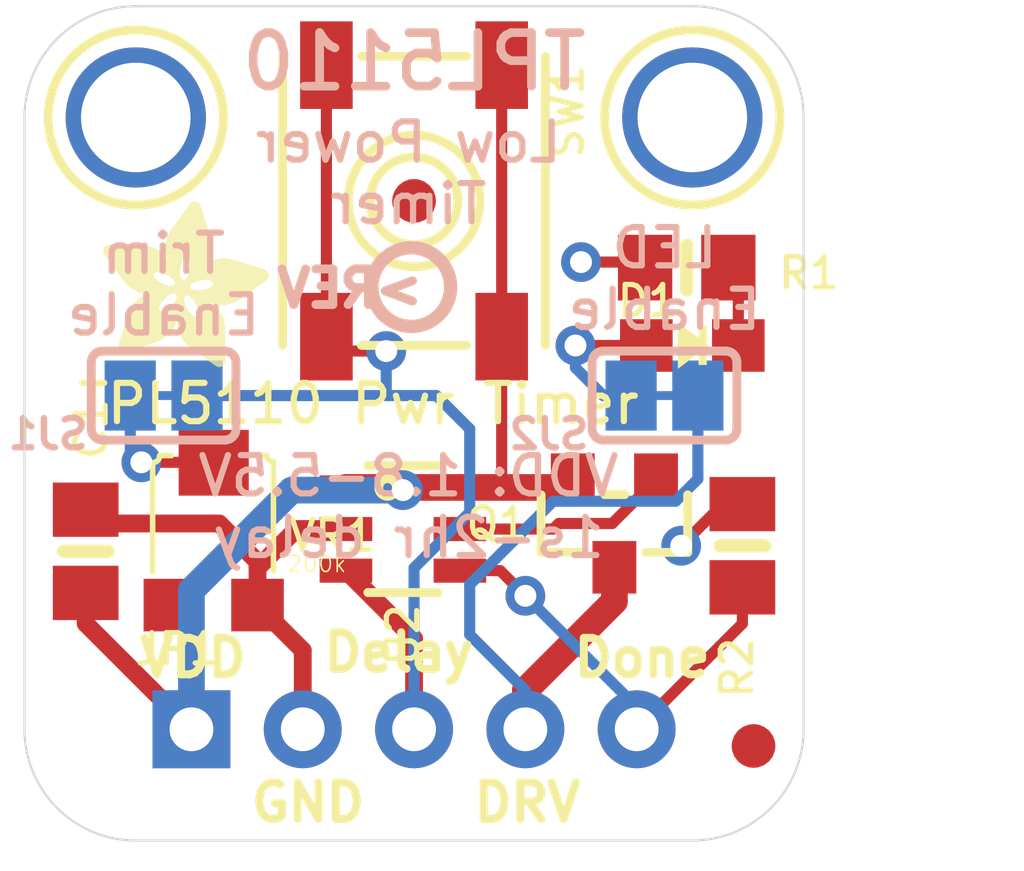
<source format=kicad_pcb>
(kicad_pcb (version 20211014) (generator pcbnew)
  (layers (0 "F.Cu" signal) (31 "B.Cu" signal) (34 "B.Paste" user) (35 "F.Paste" user) (36 "B.SilkS" user "B.Silkscreen") (37 "F.SilkS" user "F.Silkscreen") (38 "B.Mask" user) (39 "F.Mask" user) (44 "Edge.Cuts" user))
  (net 0 "")
  (net 1 "GND")
  (net 2 "DONE")
  (net 3 "VDD")
  (net 4 "DELAY")
  (net 5 "N$1")
  (net 6 "EN")
  (net 7 "PWROUT")
  (net 8 "N$3")
  (net 9 "N$2")
  (footprint "boardEagle:0805-NO" (layer "F.Cu") (at 141.0081 107.9246 90)
    (fp_text reference "C1" (at 2.032 0.127 90) (layer "F.SilkS") (effects (font (size 0.692831 0.692831) (thickness 0.119969)) (justify left)))
    (fp_text value "1uF")
    (pad "1" smd rect (at -0.95 0 90) (size 1.24 1.5) (layers "F.Cu" "F.Paste" "F.Mask") (net 3 "VDD"))
    (pad "2" smd rect (at 0.95 0 90) (size 1.24 1.5) (layers "F.Cu" "F.Paste" "F.Mask") (net 1 "GND"))
  )
  (footprint "boardEagle:0805-NO" (layer "F.Cu") (at 154.7241 101.4476)
    (fp_text reference "R1" (at 2.032 0.127) (layer "F.SilkS") (effects (font (size 0.692831 0.692831) (thickness 0.119969)) (justify left)))
    (fp_text value "1K")
    (pad "1" smd rect (at -0.95 0) (size 1.24 1.5) (layers "F.Cu" "F.Paste" "F.Mask") (net 1 "GND"))
    (pad "2" smd rect (at 0.95 0) (size 1.24 1.5) (layers "F.Cu" "F.Paste" "F.Mask") (net 8 "N$3"))
  )
  (footprint "boardEagle:TRIMPOT_BOURNS_TC33X-2" (layer "F.Cu") (at 143.9291 107.3531)
    (fp_text reference "VR1" (at 1.65 0.21) (layer "F.SilkS") (effects (font (size 0.692831 0.692831) (thickness 0.119969)) (justify left)))
    (fp_text value "200k" (at 1.65 0.863) (layer "F.SilkS") (effects (font (size 0.369824 0.369824) (thickness 0.036576)) (justify left)))
    (pad "1" smd rect (at -1 1.8) (size 1.2 1.2) (layers "F.Cu" "F.Paste" "F.Mask"))
    (pad "2" smd rect (at 0 -1.45) (size 1.6 1.5) (layers "F.Cu" "F.Paste" "F.Mask") (net 5 "N$1"))
    (pad "3" smd rect (at 1 1.8) (size 1.2 1.2) (layers "F.Cu" "F.Paste" "F.Mask") (net 1 "GND"))
  )
  (footprint "boardEagle:CHIPLED_0805_NOOUTLINE" (layer "F.Cu") (at 154.8511 103.2256 -90)
    (fp_text reference "D1" (at -1.016 1.778) (layer "F.SilkS") (effects (font (size 0.692831 0.692831) (thickness 0.119969)) (justify left)))
    (fp_text value "GREEN")
    (pad "A" smd rect (at 0 1.05 270) (size 1.2 1.2) (layers "F.Cu" "F.Paste" "F.Mask") (net 9 "N$2"))
    (pad "C" smd rect (at 0 -1.05 270) (size 1.2 1.2) (layers "F.Cu" "F.Paste" "F.Mask") (net 8 "N$3"))
  )
  (footprint "boardEagle:SOT23-6" (layer "F.Cu") (at 148.2471 107.4166 -90)
    (fp_text reference "U2" (at 1.651 0 90) (layer "F.SilkS") (effects (font (size 0.692831 0.692831) (thickness 0.119969)) (justify right)))
    (fp_text value "TPL5110")
    (pad "1" smd rect (at -0.95 1.3 270) (size 0.55 1.2) (layers "F.Cu" "F.Paste" "F.Mask") (net 3 "VDD"))
    (pad "2" smd rect (at 0 1.3 270) (size 0.55 1.2) (layers "F.Cu" "F.Paste" "F.Mask") (net 1 "GND"))
    (pad "3" smd rect (at 0.95 1.3 270) (size 0.55 1.2) (layers "F.Cu" "F.Paste" "F.Mask") (net 4 "DELAY"))
    (pad "4" smd rect (at 0.95 -1.3 270) (size 0.55 1.2) (layers "F.Cu" "F.Paste" "F.Mask") (net 2 "DONE"))
    (pad "5" smd rect (at 0 -1.3 270) (size 0.55 1.2) (layers "F.Cu" "F.Paste" "F.Mask") (net 6 "EN"))
    (pad "6" smd rect (at -0.95 -1.3 270) (size 0.55 1.2) (layers "F.Cu" "F.Paste" "F.Mask") (net 3 "VDD"))
  )
  (footprint "boardEagle:ADAFRUIT_3.5MM" (layer "F.Cu") (at 141.3891 103.7336)
    (fp_text reference "U$5" hide)
    (fp_text value "" hide)
  )
  (footprint "boardEagle:MOUNTINGHOLE_2.5_PLATED" (layer "F.Cu") (at 154.8511 98.0186)
    (fp_text reference "U$7" hide)
    (fp_text value "MOUNTINGHOLE2.5" hide)
    (pad "P$1" thru_hole circle (at 0 0) (size 3.2 3.2) (drill 2.5) (layers *.Cu *.Mask))
  )
  (footprint "boardEagle:SOT23-WIDE" (layer "F.Cu") (at 153.0731 107.2896 180)
    (fp_text reference "Q1" (at 1.905 0) (layer "F.SilkS") (effects (font (size 0.692831 0.692831) (thickness 0.119969)) (justify right)))
    (fp_text value "DMG3415")
    (pad "1" smd rect (at -0.95 1 180) (size 1 1.2) (layers "F.Cu" "F.Paste" "F.Mask") (net 6 "EN"))
    (pad "2" smd rect (at 0.95 1 180) (size 1 1.2) (layers "F.Cu" "F.Paste" "F.Mask") (net 3 "VDD"))
    (pad "3" smd rect (at 0 -1 180) (size 1 1.2) (layers "F.Cu" "F.Paste" "F.Mask") (net 7 "PWROUT"))
  )
  (footprint "boardEagle:MOUNTINGHOLE_2.5_PLATED" (layer "F.Cu") (at 142.1511 98.0186)
    (fp_text reference "U$8" hide)
    (fp_text value "MOUNTINGHOLE2.5" hide)
    (pad "P$1" thru_hole circle (at 0 0) (size 3.2 3.2) (drill 2.5) (layers *.Cu *.Mask))
  )
  (footprint "boardEagle:FIDUCIAL_1MM" (layer "F.Cu") (at 156.2481 112.3696)
    (fp_text reference "FID2" hide)
    (fp_text value "FIDUCIAL\"\"" hide)
    (pad "1" smd roundrect (at 0 0) (size 1 1) (layers "F.Cu" "F.Mask") (roundrect_rratio 0.5))
  )
  (footprint "boardEagle:EVQ-Q2_SMALLER" (layer "F.Cu") (at 148.5011 99.9236 -90)
    (fp_text reference "SW1" (at -3.175 -3.5 90) (layer "F.SilkS") (effects (font (size 0.692831 0.692831) (thickness 0.119969)) (justify right)))
    (fp_text value "EVQQ")
    (pad "A" smd rect (at -3.1 2 270) (size 2 1.2) (layers "F.Cu" "F.Paste" "F.Mask") (net 4 "DELAY"))
    (pad "A'" smd rect (at 3.1 2 270) (size 2 1.2) (layers "F.Cu" "F.Paste" "F.Mask") (net 4 "DELAY"))
    (pad "B" smd rect (at -3.1 -2 270) (size 2 1.2) (layers "F.Cu" "F.Paste" "F.Mask") (net 3 "VDD"))
    (pad "B'" smd rect (at 3.1 -2 270) (size 2 1.2) (layers "F.Cu" "F.Paste" "F.Mask") (net 3 "VDD"))
  )
  (footprint "boardEagle:0805-NO" (layer "F.Cu") (at 155.9941 107.7976 -90)
    (fp_text reference "R2" (at 2.032 0.127 90) (layer "F.SilkS") (effects (font (size 0.692831 0.692831) (thickness 0.119969)) (justify right)))
    (fp_text value "1M")
    (pad "1" smd rect (at -0.95 0 270) (size 1.24 1.5) (layers "F.Cu" "F.Paste" "F.Mask") (net 1 "GND"))
    (pad "2" smd rect (at 0.95 0 270) (size 1.24 1.5) (layers "F.Cu" "F.Paste" "F.Mask") (net 2 "DONE"))
  )
  (footprint "boardEagle:FIDUCIAL_1MM" (layer "F.Cu") (at 148.5011 99.9236)
    (fp_text reference "FID1" hide)
    (fp_text value "FIDUCIAL\"\"" hide)
    (pad "1" smd roundrect (at 0 0) (size 1 1) (layers "F.Cu" "F.Mask") (roundrect_rratio 0.5))
  )
  (footprint "boardEagle:1X05_ROUND_70" (layer "F.Cu") (at 148.5011 111.9886)
    (fp_text reference "JP1" (at -6.4262 -1.8288) (layer "F.SilkS") (effects (font (size 0.692831 0.692831) (thickness 0.119969)) (justify left)))
    (fp_text value "")
    (pad "1" thru_hole rect (at -5.08 0 90) (size 1.778 1.778) (drill 1) (layers *.Cu *.Mask) (net 3 "VDD"))
    (pad "2" thru_hole circle (at -2.54 0 90) (size 1.778 1.778) (drill 1) (layers *.Cu *.Mask) (net 1 "GND"))
    (pad "3" thru_hole circle (at 0 0 90) (size 1.778 1.778) (drill 1) (layers *.Cu *.Mask) (net 4 "DELAY"))
    (pad "4" thru_hole circle (at 2.54 0 90) (size 1.778 1.778) (drill 1) (layers *.Cu *.Mask) (net 7 "PWROUT"))
    (pad "5" thru_hole circle (at 5.08 0 90) (size 1.778 1.778) (drill 1) (layers *.Cu *.Mask) (net 2 "DONE"))
  )
  (footprint "boardEagle:PCBFEAT-REV-040" (layer "B.Cu") (at 148.4376 101.8921 180)
    (fp_text reference "U$11" hide)
    (fp_text value "" hide)
    (fp_text user ">REV" (at -0.3556 -0.508) (layer "B.SilkS") (effects (font (size 0.8128 0.8128) (thickness 0.2032)) (justify left bottom mirror)))
  )
  (footprint "boardEagle:SOLDERJUMPER_CLOSEDWIRE" (layer "B.Cu") (at 154.2161 104.3686)
    (fp_text reference "SJ2" (at -1.651 1.27 180) (layer "B.SilkS") (effects (font (size 0.666496 0.666496) (thickness 0.146304)) (justify left bottom mirror)))
    (fp_text value "")
    (pad "1" smd rect (at -0.762 0) (size 1.1684 1.6002) (layers "B.Cu" "B.Mask") (net 9 "N$2"))
    (pad "2" smd rect (at 0.762 0) (size 1.1684 1.6002) (layers "B.Cu" "B.Mask") (net 7 "PWROUT"))
    (pad "WIRE" smd rect (at 0 0) (size 0.635 0.2032) (layers "B.Cu" "B.Mask"))
  )
  (footprint "boardEagle:SOLDERJUMPER_CLOSEDWIRE" (layer "B.Cu") (at 142.7861 104.3686)
    (fp_text reference "SJ1" (at -1.651 1.27 180) (layer "B.SilkS") (effects (font (size 0.666496 0.666496) (thickness 0.146304)) (justify left bottom mirror)))
    (fp_text value "")
    (pad "1" smd rect (at -0.762 0) (size 1.1684 1.6002) (layers "B.Cu" "B.Mask") (net 5 "N$1"))
    (pad "2" smd rect (at 0.762 0) (size 1.1684 1.6002) (layers "B.Cu" "B.Mask") (net 4 "DELAY"))
    (pad "WIRE" smd rect (at 0 0) (size 0.635 0.2032) (layers "B.Cu" "B.Mask"))
  )
  (gr_line (start 157.3911 98.0186) (end 157.3911 111.9886) (layer "Edge.Cuts") (width 0.05))
  (gr_arc (start 142.1511 114.5286) (mid 140.355049 113.784651) (end 139.6111 111.9886) (layer "Edge.Cuts") (width 0.05))
  (gr_arc (start 157.3911 111.9886) (mid 156.647151 113.784651) (end 154.8511 114.5286) (layer "Edge.Cuts") (width 0.05))
  (gr_line (start 139.6111 111.9886) (end 139.6111 98.0186) (layer "Edge.Cuts") (width 0.05))
  (gr_line (start 154.8511 114.5286) (end 142.1511 114.5286) (layer "Edge.Cuts") (width 0.05))
  (gr_arc (start 139.6111 98.0186) (mid 140.355049 96.222549) (end 142.1511 95.4786) (layer "Edge.Cuts") (width 0.05))
  (gr_arc (start 154.8511 95.4786) (mid 156.647151 96.222549) (end 157.3911 98.0186) (layer "Edge.Cuts") (width 0.05))
  (gr_line (start 142.1511 95.4786) (end 154.8511 95.4786) (layer "Edge.Cuts") (width 0.05))
  (gr_text "LED\nEnable" (at 154.2161 101.7016) (layer "B.SilkS") (effects (font (size 0.87376 0.87376) (thickness 0.14224)) (justify mirror)))
  (gr_text "TPL5110" (at 148.5011 96.7486) (layer "B.SilkS") (effects (font (size 1.223264 1.223264) (thickness 0.199136)) (justify mirror)))
  (gr_text "VDD: 1.8-5.5V\n1s-2hr delay" (at 148.3741 106.9086) (layer "B.SilkS") (effects (font (size 0.87376 0.87376) (thickness 0.14224)) (justify mirror)))
  (gr_text "Low Power\nTimer" (at 148.3741 99.2886) (layer "B.SilkS") (effects (font (size 0.87376 0.87376) (thickness 0.14224)) (justify mirror)))
  (gr_text "Trim\nEnable" (at 142.7861 101.8286) (layer "B.SilkS") (effects (font (size 0.87376 0.87376) (thickness 0.14224)) (justify mirror)))
  (gr_text "Done" (at 152.0571 110.8456) (layer "F.SilkS") (effects (font (size 0.83312 0.83312) (thickness 0.18288)) (justify left bottom)))
  (gr_text "VDD" (at 142.1511 110.8456) (layer "F.SilkS") (effects (font (size 0.83312 0.83312) (thickness 0.18288)) (justify left bottom)))
  (gr_text "DRV" (at 149.7711 114.1476) (layer "F.SilkS") (effects (font (size 0.83312 0.83312) (thickness 0.18288)) (justify left bottom)))
  (gr_text "TPL5110 Pwr Timer" (at 140.7541 105.0671) (layer "F.SilkS") (effects (font (size 0.87376 0.87376) (thickness 0.14224)) (justify left bottom)))
  (gr_text "GND" (at 144.6911 114.1476) (layer "F.SilkS") (effects (font (size 0.83312 0.83312) (thickness 0.18288)) (justify left bottom)))
  (gr_text "Delay" (at 146.3421 110.7186) (layer "F.SilkS") (effects (font (size 0.83312 0.83312) (thickness 0.18288)) (justify left bottom)))
  (segment (start 155.9941 106.8476) (end 155.5471 106.8476) (width 0.254) (layer "F.Cu") (net 1))
  (segment (start 144.9291 108.1626) (end 144.9291 108.3056) (width 0.4064) (layer "F.Cu") (net 1))
  (segment (start 141.0081 106.9746) (end 141.3231 107.2896) (width 0.4064) (layer "F.Cu") (net 1))
  (segment (start 144.9291 108.3056) (end 144.9291 109.1531) (width 0.4064) (layer "F.Cu") (net 1))
  (segment (start 141.3231 107.2896) (end 144.0561 107.2896) (width 0.4064) (layer "F.Cu") (net 1))
  (segment (start 153.6471 101.3206) (end 152.3111 101.3206) (width 0.254) (layer "F.Cu") (net 1))
  (segment (start 144.0561 107.2896) (end 144.9291 108.1626) (width 0.4064) (layer "F.Cu") (net 1))
  (segment (start 146.9471 107.4166) (end 145.8181 107.4166) (width 0.4064) (layer "F.Cu") (net 1))
  (segment (start 145.9611 110.1851) (end 145.9611 111.9886) (width 0.4064) (layer "F.Cu") (net 1))
  (segment (start 144.9291 109.1531) (end 145.9611 110.1851) (width 0.4064) (layer "F.Cu") (net 1))
  (segment (start 145.8181 107.4166) (end 144.9291 108.3056) (width 0.4064) (layer "F.Cu") (net 1))
  (segment (start 155.5471 106.8476) (end 154.5971 107.7976) (width 0.254) (layer "F.Cu") (net 1))
  (segment (start 153.7741 101.4476) (end 153.6471 101.3206) (width 0.254) (layer "F.Cu") (net 1))
  (via (at 154.5971 107.7976) (size 0.9064) (drill 0.5) (layers "F.Cu" "B.Cu") (net 1))
  (via (at 152.3111 101.3206) (size 0.9064) (drill 0.5) (layers "F.Cu" "B.Cu") (net 1))
  (segment (start 154.5971 107.7976) (end 154.5971 108.0516) (width 0.254) (layer "B.Cu") (net 1))
  (segment (start 149.5471 108.3666) (end 150.4671 108.3666) (width 0.254) (layer "F.Cu") (net 2))
  (segment (start 155.9941 109.5756) (end 153.5811 111.9886) (width 0.254) (layer "F.Cu") (net 2))
  (segment (start 155.9941 108.7476) (end 155.9941 109.5756) (width 0.254) (layer "F.Cu") (net 2))
  (segment (start 150.4671 108.3666) (end 151.0411 108.9406) (width 0.254) (layer "F.Cu") (net 2))
  (via (at 151.0411 108.9406) (size 0.9064) (drill 0.5) (layers "F.Cu" "B.Cu") (net 2))
  (segment (start 151.0411 108.9406) (end 153.5811 111.4806) (width 0.254) (layer "B.Cu") (net 2))
  (segment (start 153.5811 111.4806) (end 153.5811 111.9886) (width 0.254) (layer "B.Cu") (net 2))
  (segment (start 148.2471 106.4666) (end 148.2471 106.5276) (width 0.6096) (layer "F.Cu") (net 3))
  (segment (start 150.5011 106.4346) (end 150.5331 106.4666) (width 0.254) (layer "F.Cu") (net 3))
  (segment (start 150.5331 106.4666) (end 151.9461 106.4666) (width 0.6096) (layer "F.Cu") (net 3))
  (segment (start 150.5011 103.0236) (end 150.5011 106.4346) (width 0.254) (layer "F.Cu") (net 3))
  (segment (start 150.5011 96.8236) (end 150.5011 103.0236) (width 0.254) (layer "F.Cu") (net 3))
  (segment (start 149.5471 106.4666) (end 150.5331 106.4666) (width 0.6096) (layer "F.Cu") (net 3))
  (segment (start 141.0081 109.5756) (end 143.4211 111.9886) (width 0.4064) (layer "F.Cu") (net 3))
  (segment (start 148.2471 106.4666) (end 146.9471 106.4666) (width 0.6096) (layer "F.Cu") (net 3))
  (segment (start 141.0081 108.8746) (end 141.0081 109.5756) (width 0.4064) (layer "F.Cu") (net 3))
  (segment (start 151.9461 106.4666) (end 152.1231 106.2896) (width 0.4064) (layer "F.Cu") (net 3))
  (segment (start 149.5471 106.4666) (end 148.2471 106.4666) (width 0.6096) (layer "F.Cu") (net 3))
  (via (at 148.2471 106.5276) (size 0.9064) (drill 0.5) (layers "F.Cu" "B.Cu") (net 3))
  (segment (start 145.7071 106.5276) (end 143.4211 108.8136) (width 0.6096) (layer "B.Cu") (net 3))
  (segment (start 145.7071 106.5276) (end 148.2471 106.5276) (width 0.6096) (layer "B.Cu") (net 3))
  (segment (start 143.4211 108.8136) (end 143.4211 111.9886) (width 0.6096) (layer "B.Cu") (net 3))
  (segment (start 146.5011 102.4636) (end 146.5011 103.0236) (width 0.254) (layer "F.Cu") (net 4))
  (segment (start 148.5011 109.9206) (end 148.5011 111.9886) (width 0.4064) (layer "F.Cu") (net 4))
  (segment (start 146.6281 102.3366) (end 146.5011 102.4636) (width 0.254) (layer "F.Cu") (net 4))
  (segment (start 146.5011 103.3526) (end 146.5011 103.0236) (width 0.254) (layer "F.Cu") (net 4))
  (segment (start 147.8661 103.3526) (end 146.5011 103.3526) (width 0.254) (layer "F.Cu") (net 4))
  (segment (start 146.5011 96.8236) (end 146.5011 102.4636) (width 0.254) (layer "F.Cu") (net 4))
  (segment (start 146.9471 108.3666) (end 148.5011 109.9206) (width 0.4064) (layer "F.Cu") (net 4))
  (via (at 147.8661 103.3526) (size 0.9064) (drill 0.5) (layers "F.Cu" "B.Cu") (net 4))
  (segment (start 143.5481 104.3686) (end 147.8661 104.3686) (width 0.254) (layer "B.Cu") (net 4))
  (segment (start 147.8661 104.3686) (end 149.0091 104.3686) (width 0.254) (layer "B.Cu") (net 4))
  (segment (start 147.8661 103.3526) (end 147.8661 104.3686) (width 0.254) (layer "B.Cu") (net 4))
  (segment (start 149.7711 105.1306) (end 149.7711 107.0356) (width 0.254) (layer "B.Cu") (net 4))
  (segment (start 149.0091 104.3686) (end 149.7711 105.1306) (width 0.254) (layer "B.Cu") (net 4))
  (segment (start 149.7711 107.0356) (end 148.5011 108.3056) (width 0.254) (layer "B.Cu") (net 4))
  (segment (start 148.5011 108.3056) (end 148.5011 111.9886) (width 0.254) (layer "B.Cu") (net 4))
  (segment (start 143.9291 105.9031) (end 143.9291 105.8926) (width 0.254) (layer "F.Cu") (net 5))
  (segment (start 143.9291 105.8926) (end 142.2781 105.8926) (width 0.254) (layer "F.Cu") (net 5))
  (via (at 142.2781 105.8926) (size 0.9064) (drill 0.5) (layers "F.Cu" "B.Cu") (net 5))
  (segment (start 142.0241 104.3686) (end 142.0241 105.6386) (width 0.254) (layer "B.Cu") (net 5))
  (segment (start 142.0241 105.6386) (end 142.2781 105.8926) (width 0.254) (layer "B.Cu") (net 5))
  (segment (start 151.6761 107.4166) (end 151.8031 107.2896) (width 0.254) (layer "F.Cu") (net 6))
  (segment (start 153.0231 107.2896) (end 154.0231 106.2896) (width 0.254) (layer "F.Cu") (net 6))
  (segment (start 149.5471 107.4166) (end 151.6761 107.4166) (width 0.254) (layer "F.Cu") (net 6))
  (segment (start 151.8031 107.2896) (end 153.0231 107.2896) (width 0.254) (layer "F.Cu") (net 6))
  (segment (start 153.0731 109.0676) (end 151.0411 111.0996) (width 0.6096) (layer "F.Cu") (net 7))
  (segment (start 151.0411 111.0996) (end 151.0411 111.9886) (width 0.6096) (layer "F.Cu") (net 7))
  (segment (start 153.0731 108.2896) (end 153.0731 109.0676) (width 0.6096) (layer "F.Cu") (net 7))
  (segment (start 154.9781 106.2736) (end 154.9781 104.3686) (width 0.254) (layer "B.Cu") (net 7))
  (segment (start 151.0411 111.0996) (end 151.0411 111.9886) (width 0.254) (layer "B.Cu") (net 7))
  (segment (start 154.4701 106.7816) (end 154.9781 106.2736) (width 0.254) (layer "B.Cu") (net 7))
  (segment (start 149.7711 108.6866) (end 149.7711 109.8296) (width 0.254) (layer "B.Cu") (net 7))
  (segment (start 151.6761 106.7816) (end 149.7711 108.6866) (width 0.254) (layer "B.Cu") (net 7))
  (segment (start 154.4701 106.7816) (end 151.6761 106.7816) (width 0.254) (layer "B.Cu") (net 7))
  (segment (start 149.7711 109.8296) (end 151.0411 111.0996) (width 0.254) (layer "B.Cu") (net 7))
  (segment (start 155.6741 101.4476) (end 155.9011 101.4476) (width 0.254) (layer "F.Cu") (net 8))
  (segment (start 155.9011 101.4476) (end 155.9011 103.2256) (width 0.254) (layer "F.Cu") (net 8))
  (segment (start 153.8011 103.2256) (end 152.1841 103.2256) (width 0.254) (layer "F.Cu") (net 9))
  (via (at 152.1841 103.2256) (size 0.9064) (drill 0.5) (layers "F.Cu" "B.Cu") (net 9))
  (segment (start 152.8191 104.3686) (end 153.4541 104.3686) (width 0.254) (layer "B.Cu") (net 9))
  (segment (start 152.1841 103.7336) (end 152.8191 104.3686) (width 0.254) (layer "B.Cu") (net 9))
  (segment (start 152.1841 103.2256) (end 152.1841 103.7336) (width 0.254) (layer "B.Cu") (net 9))
)
</source>
